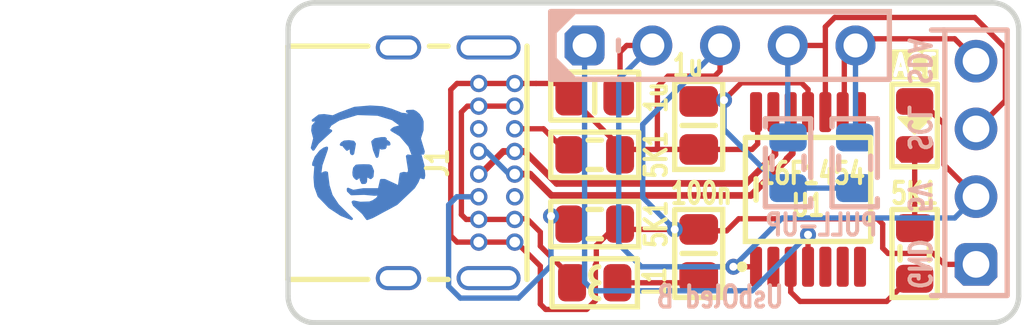
<source format=kicad_pcb>
(kicad_pcb (version 20240108) (generator "pcbnew") (generator_version "8.0")
  (layers (0 "F.Cu" signal) (31 "B.Cu" signal) (34 "B.Paste" user) (35 "F.Paste" user) (36 "B.SilkS" user "B.Silkscreen") (37 "F.SilkS" user "F.Silkscreen") (38 "B.Mask" user) (39 "F.Mask" user) (44 "Edge.Cuts" user))
  (net 0 "")
  (net 1 "OLED_SCL")
  (net 2 "OLED_SDA")
  (net 3 "5V")
  (net 4 "GND")
  (net 5 "Vusb")
  (net 6 "3V3")
  (net 7 "USB_DP")
  (net 8 "USB_DM")
  (net 9 "ICSP_VPP")
  (net 10 "USB_CC1")
  (net 11 "USB_CC2")
  (net 12 "LED_ACTIVE")
  (net 13 "OUT_LED_ACTIVE")
  (footprint "Medo64:DS (0805)" (layer "F.Cu") (at 38.5 19.6 90)
    (property "Reference" "DS1" (hide yes))
    (property "Value" "ACT" (at 2.25 0 0) (layer "F.SilkS" knockout) (effects (font (size 0.8 0.6) (thickness 0.15) (bold yes))))
    (fp_rect (start -1.55 -0.85) (end 1.55 0.85) (stroke (width 0.2)) (fill none) (layer "F.SilkS"))
    (fp_poly (pts (xy -0.3 0) (xy 0.3 -0.6) (xy 0.3 0.6)) (stroke (width 0.1)) (fill solid) (layer "F.SilkS"))
    (pad "1" smd roundrect (at -0.9 0 90) (size 1 1.4) (layers "F.Cu" "F.Paste" "F.Mask") (chamfer_ratio 0.2) (chamfer top_left bottom_left) (net 12 "LED_ACTIVE"))
    (pad "2" smd roundrect (at 0.9 0 90) (size 1 1.4) (layers "F.Cu" "F.Paste" "F.Mask") (net 3 "5V"))
  )
  (footprint "Medo64:U Micro [PIC16F1454] (TSSOP-14)" (layer "F.Cu") (at 34.5 22 90)
    (property "Reference" "U1" (at -0.6 0 180) (layer "F.SilkS") (effects (font (size 0.8 0.6))))
    (property "Value" "16F1454" (at 0.6 0.15 180) (layer "F.SilkS") (effects (font (size 0.8 0.6))))
    (fp_line (start -0.4 -1.95) (end 0.4 -1.95) (stroke (width 0.2)) (layer "F.SilkS"))
    (fp_rect (start -1.95 -2.35) (end 1.95 2.35) (stroke (width 0.2)) (fill none) (layer "F.SilkS"))
    (fp_circle (center -2.9 -2.475) (end -2.75 -2.475) (stroke (width 0.1)) (fill solid) (layer "F.SilkS"))
    (pad "1" smd roundrect (at -2.9 -1.95 90) (size 1.5 0.45) (layers "F.Cu" "F.Paste" "F.Mask") (chamfer_ratio 0.2) (chamfer top_left top_right) (net 3 "5V"))
    (pad "2" smd roundrect (at -2.9 -1.3 90) (size 1.5 0.45) (layers "F.Cu" "F.Paste" "F.Mask"))
    (pad "3" smd roundrect (at -2.9 -0.65 90) (size 1.5 0.45) (layers "F.Cu" "F.Paste" "F.Mask") (net 13 "OUT_LED_ACTIVE"))
    (pad "4" smd roundrect (at -2.9 0 90) (size 1.5 0.45) (layers "F.Cu" "F.Paste" "F.Mask") (net 9 "ICSP_VPP"))
    (pad "5" smd roundrect (at -2.9 0.65 90) (size 1.5 0.45) (layers "F.Cu" "F.Paste" "F.Mask"))
    (pad "6" smd roundrect (at -2.9 1.3 90) (size 1.5 0.45) (layers "F.Cu" "F.Paste" "F.Mask"))
    (pad "7" smd roundrect (at -2.9 1.95 90) (size 1.5 0.45) (layers "F.Cu" "F.Paste" "F.Mask"))
    (pad "8" smd roundrect (at 2.9 1.95 90) (size 1.5 0.45) (layers "F.Cu" "F.Paste" "F.Mask"))
    (pad "9" smd roundrect (at 2.9 1.3 90) (size 1.5 0.45) (layers "F.Cu" "F.Paste" "F.Mask") (net 2 "OLED_SDA"))
    (pad "10" smd roundrect (at 2.9 0.65 90) (size 1.5 0.45) (layers "F.Cu" "F.Paste" "F.Mask") (net 1 "OLED_SCL"))
    (pad "11" smd roundrect (at 2.9 0 90) (size 1.5 0.45) (layers "F.Cu" "F.Paste" "F.Mask") (net 6 "3V3"))
    (pad "12" smd roundrect (at 2.9 -0.65 90) (size 1.5 0.45) (layers "F.Cu" "F.Paste" "F.Mask") (net 8 "USB_DM"))
    (pad "13" smd roundrect (at 2.9 -1.3 90) (size 1.5 0.45) (layers "F.Cu" "F.Paste" "F.Mask") (net 7 "USB_DP"))
    (pad "14" smd roundrect (at 2.9 -1.95 90) (size 1.5 0.45) (layers "F.Cu" "F.Paste" "F.Mask") (net 4 "GND"))
  )
  (footprint "Medo64:R (0805)" (layer "F.Cu") (at 26.5 20.7 180)
    (property "Reference" "R1" (hide yes))
    (property "Value" "5K1" (at -2.3 0 90) (layer "F.SilkS") (effects (font (size 0.8 0.6))))
    (fp_line (start -0.25 0.55) (end 0.25 0.55) (stroke (width 0.2)) (layer "F.SilkS"))
    (fp_line (start -0.25 -0.55) (end 0.25 -0.55) (stroke (width 0.2)) (layer "F.SilkS"))
    (fp_rect (start -1.65 -0.85) (end 1.65 0.85) (stroke (width 0.2)) (fill none) (layer "F.SilkS"))
    (pad "1" smd roundrect (at -0.95 0 180) (size 1.05 1.4) (layers "F.Cu" "F.Paste" "F.Mask") (net 4 "GND"))
    (pad "2" smd roundrect (at 0.95 0 180) (size 1.05 1.4) (layers "F.Cu" "F.Paste" "F.Mask") (net 10 "USB_CC1"))
  )
  (footprint "Medo64:C (0805)" (layer "F.Cu") (at 30.4 19.6 90)
    (property "Reference" "C3" (hide yes))
    (property "Value" "1u" (at 2.25 -0.4 0) (layer "F.SilkS") (effects (font (size 0.8 0.6) (thickness 0.15) (bold yes))))
    (fp_line (start 0 -0.625) (end 0 0.625) (stroke (width 0.2)) (layer "F.SilkS"))
    (fp_rect (start -1.65 -0.9) (end 1.65 0.9) (stroke (width 0.2)) (fill none) (layer "F.SilkS"))
    (pad "1" smd roundrect (at -0.9 0 90) (size 1.15 1.45) (layers "F.Cu" "F.Paste" "F.Mask") (net 4 "GND"))
    (pad "2" smd roundrect (at 0.9 0 90) (size 1.15 1.45) (layers "F.Cu" "F.Paste" "F.Mask") (net 6 "3V3"))
  )
  (footprint "Medo64:J USB C 2.0 Receptacle (16w)" (layer "F.Cu") (at 23.5 21 -90)
    (property "Reference" "J1" (at 0 2.9 -90) (layer "F.SilkS") (effects (font (size 0.8 0.6))))
    (property "Value" "‎USB4085" (hide yes))
    (fp_line (start -4.375 8.51) (end 4.375 8.51) (stroke (width 0.2)) (layer "F.SilkS"))
    (fp_line (start -4.375 5.51) (end -4.375 8.51) (stroke (width 0.2)) (layer "F.SilkS"))
    (fp_line (start 4.375 5.51) (end 4.375 8.51) (stroke (width 0.2)) (layer "F.SilkS"))
    (fp_line (start -4.375 2.5) (end -4.375 3.2) (stroke (width 0.2)) (layer "F.SilkS"))
    (fp_line (start 4.375 2.5) (end 4.375 3.2) (stroke (width 0.2)) (layer "F.SilkS"))
    (fp_line (start -4.375 -0.46) (end 4.375 -0.46) (stroke (width 0.2)) (layer "F.SilkS"))
    (pad "A01" thru_hole circle (at -2.975 0 270) (size 0.65 0.65) (drill 0.4) (layers "*.Cu" "*.Mask" "F.Paste") (net 4 "GND"))
    (pad "A04" thru_hole circle (at -2.125 0 270) (size 0.65 0.65) (drill 0.4) (layers "*.Cu" "*.Mask" "F.Paste") (net 5 "Vusb"))
    (pad "A05" thru_hole circle (at -1.275 0 270) (size 0.65 0.65) (drill 0.4) (layers "*.Cu" "*.Mask" "F.Paste") (net 10 "USB_CC1"))
    (pad "A06" thru_hole circle (at -0.425 0 270) (size 0.65 0.65) (drill 0.4) (layers "*.Cu" "*.Mask" "F.Paste") (net 7 "USB_DP"))
    (pad "A07" thru_hole circle (at 0.425 0 270) (size 0.65 0.65) (drill 0.4) (layers "*.Cu" "*.Mask" "F.Paste") (net 8 "USB_DM"))
    (pad "A08" thru_hole circle (at 1.275 0 270) (size 0.65 0.65) (drill 0.4) (layers "*.Cu" "*.Mask" "F.Paste"))
    (pad "A09" thru_hole circle (at 2.125 0 270) (size 0.65 0.65) (drill 0.4) (layers "*.Cu" "*.Mask" "F.Paste") (net 5 "Vusb"))
    (pad "A12" thru_hole circle (at 2.975 0 270) (size 0.65 0.65) (drill 0.4) (layers "*.Cu" "*.Mask" "F.Paste") (net 4 "GND"))
    (pad "B01" thru_hole circle (at 2.975 1.35 270) (size 0.65 0.65) (drill 0.4) (layers "*.Cu" "*.Mask" "F.Paste") (net 4 "GND"))
    (pad "B04" thru_hole circle (at 2.125 1.35 270) (size 0.65 0.65) (drill 0.4) (layers "*.Cu" "*.Mask" "F.Paste") (net 5 "Vusb"))
    (pad "B05" thru_hole circle (at 1.275 1.35 270) (size 0.65 0.65) (drill 0.4) (layers "*.Cu" "*.Mask" "F.Paste") (net 11 "USB_CC2"))
    (pad "B06" thru_hole circle (at 0.425 1.35 270) (size 0.65 0.65) (drill 0.4) (layers "*.Cu" "*.Mask" "F.Paste") (net 7 "USB_DP"))
    (pad "B07" thru_hole circle (at -0.425 1.35 270) (size 0.65 0.65) (drill 0.4) (layers "*.Cu" "*.Mask" "F.Paste") (net 8 "USB_DM"))
    (pad "B10" thru_hole circle (at -1.275 1.35 270) (size 0.65 0.65) (drill 0.4) (layers "*.Cu" "*.Mask" "F.Paste"))
    (pad "B11" thru_hole circle (at -2.125 1.35 270) (size 0.65 0.65) (drill 0.4) (layers "*.Cu" "*.Mask" "F.Paste") (net 5 "Vusb"))
    (pad "B12" thru_hole circle (at -2.975 1.35 270) (size 0.65 0.65) (drill 0.4) (layers "*.Cu" "*.Mask" "F.Paste") (net 4 "GND"))
    (pad "S" thru_hole oval (at -4.325 0.98 270) (size 0.9 2.4) (drill oval 0.6 2.1) (layers "*.Cu" "*.Mask" "F.Paste"))
    (pad "S" thru_hole oval (at -4.325 4.36 270) (size 0.9 1.7) (drill oval 0.6 1.4) (layers "*.Cu" "*.Mask" "F.Paste"))
    (pad "S" thru_hole oval (at 4.325 0.98 270) (size 0.9 2.4) (drill oval 0.6 2.1) (layers "*.Cu" "*.Mask" "F.Paste"))
    (pad "S" thru_hole oval (at 4.325 4.36 270) (size 0.9 1.7) (drill oval 0.6 1.4) (layers "*.Cu" "*.Mask" "F.Paste"))
  )
  (footprint "Medo64:C (0805)" (layer "F.Cu") (at 30.4 24.4 -90)
    (property "Reference" "C1" (hide yes))
    (property "Value" "100n" (at -2.25 -0.1 0) (layer "F.SilkS") (effects (font (size 0.8 0.6) (thickness 0.15) (bold yes))))
    (fp_line (start 0 -0.625) (end 0 0.625) (stroke (width 0.2)) (layer "F.SilkS"))
    (fp_rect (start -1.65 -0.9) (end 1.65 0.9) (stroke (width 0.2)) (fill none) (layer "F.SilkS"))
    (pad "1" smd roundrect (at -0.9 0 270) (size 1.15 1.45) (layers "F.Cu" "F.Paste" "F.Mask") (net 4 "GND"))
    (pad "2" smd roundrect (at 0.9 0 270) (size 1.15 1.45) (layers "F.Cu" "F.Paste" "F.Mask") (net 3 "5V"))
  )
  (footprint "Medo64:R (0805)" (layer "F.Cu") (at 26.5 23.3 180)
    (property "Reference" "R2" (hide yes))
    (property "Value" "5K1" (at -2.3 0 -90) (layer "F.SilkS") (effects (font (size 0.8 0.6))))
    (fp_line (start -0.25 0.55) (end 0.25 0.55) (stroke (width 0.2)) (layer "F.SilkS"))
    (fp_line (start -0.25 -0.55) (end 0.25 -0.55) (stroke (width 0.2)) (layer "F.SilkS"))
    (fp_rect (start -1.65 -0.85) (end 1.65 0.85) (stroke (width 0.2)) (fill none) (layer "F.SilkS"))
    (pad "1" smd roundrect (at -0.95 0 180) (size 1.05 1.4) (layers "F.Cu" "F.Paste" "F.Mask") (net 4 "GND"))
    (pad "2" smd roundrect (at 0.95 0 180) (size 1.05 1.4) (layers "F.Cu" "F.Paste" "F.Mask") (net 11 "USB_CC2"))
  )
  (footprint "Medo64:R (0805)" (layer "F.Cu") (at 38.5 24.4 90)
    (property "Reference" "R3" (hide yes))
    (property "Value" "5K1" (at 2.25 0 0) (layer "F.SilkS") (effects (font (size 0.8 0.6))))
    (fp_line (start -0.25 -0.55) (end 0.25 -0.55) (stroke (width 0.2)) (layer "F.SilkS"))
    (fp_line (start -0.25 0.55) (end 0.25 0.55) (stroke (width 0.2)) (layer "F.SilkS"))
    (fp_rect (start -1.65 -0.85) (end 1.65 0.85) (stroke (width 0.2)) (fill none) (layer "F.SilkS"))
    (pad "1" smd roundrect (at -0.95 0 90) (size 1.05 1.4) (layers "F.Cu" "F.Paste" "F.Mask") (net 13 "OUT_LED_ACTIVE"))
    (pad "2" smd roundrect (at 0.95 0 90) (size 1.05 1.4) (layers "F.Cu" "F.Paste" "F.Mask") (net 12 "LED_ACTIVE"))
  )
  (footprint "Medo64:L Ferrite (0805)" (layer "F.Cu") (at 26.5 25.5 180)
    (property "Reference" "L1" (at -2.25 0.05 90) (layer "F.SilkS") (effects (font (size 0.8 0.6))))
    (property "Value" "40R" (hide yes))
    (fp_rect (start -1.6 -0.9) (end 1.6 0.9) (stroke (width 0.2)) (fill none) (layer "F.SilkS"))
    (fp_arc (start -0.15 0) (mid 0.15 0.3) (end -0.15 0.6) (stroke (width 0.2)) (layer "F.SilkS"))
    (fp_arc (start -0.15 -0.6) (mid 0.15 -0.3) (end -0.15 0) (stroke (width 0.2)) (layer "F.SilkS"))
    (pad "1" smd roundrect (at -0.85 0 180) (size 1.05 1.4) (layers "F.Cu" "F.Paste" "F.Mask") (net 3 "5V"))
    (pad "2" smd roundrect (at 0.85 0 180) (size 1.05 1.4) (layers "F.Cu" "F.Paste" "F.Mask") (net 5 "Vusb"))
  )
  (footprint "Medo64:C (0805)" (layer "F.Cu") (at 26.5 18.5)
    (property "Reference" "C2" (hide yes))
    (property "Value" "1u" (at 2.3 0.05 90) (layer "F.SilkS") (effects (font (size 0.8 0.6) (thickness 0.15) (bold yes))))
    (fp_line (start 0 -0.625) (end 0 0.625) (stroke (width 0.2)) (layer "F.SilkS"))
    (fp_rect (start -1.65 -0.9) (end 1.65 0.9) (stroke (width 0.2)) (fill none) (layer "F.SilkS"))
    (pad "1" smd roundrect (at -0.9 0) (size 1.15 1.45) (layers "F.Cu" "F.Paste" "F.Mask") (net 4 "GND"))
    (pad "2" smd roundrect (at 0.9 0) (size 1.15 1.45) (layers "F.Cu" "F.Paste" "F.Mask") (net 3 "5V"))
  )
  (footprint "Medo64:ICSP PIC Pogo (5w)" (layer "B.Cu") (at 31.2 16.6)
    (property "Reference" "ICSP" (hide yes))
    (property "Value" "Microchip PIC" (hide yes))
    (fp_line (start -3.81 -0.2) (end -3.81 0.2) (stroke (width 0.2)) (layer "B.SilkS"))
    (fp_rect (start 6.35 -1.27) (end -6.35 1.27) (stroke (width 0.2)) (fill none) (layer "B.SilkS"))
    (fp_poly (pts (xy -6.223 0.508) (xy -5.461 1.27) (xy -6.35 1.27) (xy -6.35 -1.27) (xy -5.461 -1.27) (xy -6.223 -0.508)) (stroke (width 0.2)) (fill solid) (layer "B.SilkS"))
    (pad "1" thru_hole roundrect (at -5.08 0) (size 1.5 1.5) (drill 0.9) (layers "*.Cu" "*.Mask") (chamfer_ratio 0.2) (chamfer top_left bottom_left) (net 9 "ICSP_VPP"))
    (pad "2" thru_hole circle (at -2.54 0) (size 1.5 1.5) (drill 0.9) (layers "*.Cu" "*.Mask") (net 3 "5V"))
    (pad "3" thru_hole circle (at 0 0) (size 1.5 1.5) (drill 0.9) (layers "*.Cu" "*.Mask") (net 4 "GND"))
    (pad "4" thru_hole circle (at 2.54 0) (size 1.5 1.5) (drill 0.9) (layers "*.Cu" "*.Mask") (net 1 "OLED_SCL"))
    (pad "5" thru_hole circle (at 5.08 0) (size 1.5 1.5) (drill 0.9) (layers "*.Cu" "*.Mask") (net 2 "OLED_SDA"))
  )
  (footprint "Medo64:ICON Medo64" (layer "B.Cu") (at 18 21 180)
    (property "Reference" "ICON" (hide yes))
    (property "Value" "Medo64" (hide yes))
    (fp_poly (pts (xy 0.569 0.353) (xy 0.506 0.707) (xy 0.554 0.778) (xy 0.719 0.8) (xy 0.885 0.786) (xy 0.979 0.733) (xy 1.012 0.682) (xy 0.902 0.659) (xy 0.892 0.612) (xy 0.793 0.5) (xy 0.659 0.583) (xy 0.647 0.581) (xy 0.632 0.391) (xy 0.622 0.353) (xy 0.592 0.334)) (stroke (width 0.1)) (fill solid) (layer "B.Cu"))
    (fp_poly (pts (xy -0.347 0.253) (xy -0.412 0.648) (xy -0.502 0.544) (xy -0.626 0.56) (xy -0.646 0.595) (xy -0.654 0.695) (xy -0.79 0.696) (xy -0.777 0.752) (xy -0.709 0.806) (xy -0.594 0.838) (xy -0.594 0.861) (xy -0.645 0.874) (xy -0.654 0.893) (xy -0.626 0.915) (xy -0.491 0.913) (xy -0.267 0.874) (xy -0.168 0.787) (xy -0.23 0.486) (xy -0.331 0.233) (xy -0.339 0.24)) (stroke (width 0.1)) (fill solid) (layer "B.Cu"))
    (fp_poly (pts (xy 0.115 -0.742) (xy 0.0899 -0.706) (xy 0.0781 -0.566) (xy 0.0622 -0.52) (xy 0.00798 -0.502) (xy -0.097 -0.566) (xy -0.155 -0.508) (xy -0.174 -0.31) (xy -0.101 -0.133) (xy -0.0361 -0.108) (xy 0.168 -0.103) (xy 0.347 -0.109) (xy 0.44 -0.12) (xy 0.515 -0.205) (xy 0.54 -0.36) (xy 0.533 -0.466) (xy 0.5 -0.535) (xy 0.431 -0.596) (xy 0.384 -0.562) (xy 0.365 -0.53) (xy 0.342 -0.512) (xy 0.286 -0.53) (xy 0.257 -0.652) (xy 0.212 -0.749)) (stroke (width 0.1)) (fill solid) (layer "B.Cu"))
    (fp_poly (pts (xy 1.137 -1.588) (xy 1.377 -1.227) (xy 1.493 -0.853) (xy 1.544 -0.455) (xy 1.551 -0.378) (xy 1.595 -0.367) (xy 1.649 -0.379) (xy 1.781 -0.45) (xy 1.801 -0.39) (xy 1.761 -0.0848) (xy 1.586 0.417) (xy 1.555 0.511) (xy 1.55 0.558) (xy 1.648 0.527) (xy 1.79 0.423) (xy 1.958 0.207) (xy 2.045 -0.013) (xy 2.05 -0.076) (xy 1.964 -0.0819) (xy 1.999 -0.548) (xy 1.973 -0.89) (xy 1.846 -1.245) (xy 1.444 -1.662) (xy 1.007 -1.949) (xy 0.62 -2.1)) (stroke (width 0.1)) (fill solid) (layer "B.Cu"))
    (fp_poly (pts (xy -0.162 -2.027) (xy -1.067 -1.539) (xy -1.715 -0.923) (xy -1.847 -0.71) (xy -1.921 -0.519) (xy -2.079 -0.567) (xy -2.095 -0.469) (xy -2.062 -0.0937) (xy -1.952 0.314) (xy -1.982 0.367) (xy -2.06 0.354) (xy -2.077 0.422) (xy -1.93 0.912) (xy -2.032 1.227) (xy -2.034 1.544) (xy -1.998 1.647) (xy -1.903 1.796) (xy -1.782 1.9) (xy -1.695 1.941) (xy -1.468 1.93) (xy -1.663 1.801) (xy -1.722 1.753) (xy -1.784 1.659) (xy -1.735 1.66) (xy -1.576 1.778) (xy -1.371 1.817) (xy -1.254 1.827) (xy -1.134 1.877) (xy -0.852 1.987) (xy -0.528 2.073) (xy -0.0731 2.1) (xy 0.509 2.05) (xy 1.073 1.842) (xy 1.317 1.73) (xy 1.649 1.779) (xy 1.837 1.763) (xy 2.065 1.59) (xy 1.802 1.633) (xy 1.67 1.615) (xy 1.959 1.505) (xy 2.067 1.378) (xy 2.085 1.212) (xy 2.009 0.915) (xy 2.099 0.563) (xy 2.055 0.501) (xy 1.891 0.746) (xy 1.396 1.198) (xy 1.522 1.254) (xy 1.413 1.428) (xy 1.101 1.627) (xy 0.403 1.839) (xy -0.366 1.813) (xy -0.919 1.642) (xy -1.209 1.43) (xy -1.227 1.366) (xy -0.981 1.3) (xy -0.886 1.23) (xy -1.21 1.035) (xy -1.558 0.628) (xy -1.682 0.293) (xy -1.663 0.238) (xy -1.492 0.262) (xy -1.468 0.242) (xy -1.547 -0.268) (xy -1.529 -0.375) (xy -1.464 -0.408) (xy -1.339 -0.39) (xy -1.231 -0.419) (xy -1.16 -0.905) (xy -0.625 -0.656) (xy -0.494 -0.655) (xy -0.414 -1.002) (xy 0.18 -1.002) (xy 0.561 -1.064) (xy 0.751 -0.985) (xy 0.746 -1.053) (xy 0.624 -1.17) (xy 0.142 -1.154) (xy -0.23 -1.188) (xy -0.449 -1.178) (xy -0.342 -1.347) (xy -0.189 -1.45) (xy -0.0588 -1.5) (xy 0.291 -1.511) (xy 0.537 -1.463) (xy 0.568 -1.475) (xy 0.523 -1.584) (xy 0.188 -1.888) (xy 0.0332 -2.1)) (stroke (width 0.1)) (fill solid) (layer "B.Cu"))
  )
  (footprint "Medo64:R Optional (0805)" (layer "B.Cu") (at 36.25 21 -90)
    (property "Reference" "R5" (hide yes))
    (property "Value" "5K1" (hide yes))
    (fp_line (start 0.25 0.6) (end -0.25 0.6) (stroke (width 0.2)) (layer "B.SilkS"))
    (fp_line (start 0.25 -0.6) (end -0.25 -0.6) (stroke (width 0.2)) (layer "B.SilkS"))
    (fp_rect (start 1.65 -0.85) (end -1.65 0.85) (stroke (width 0.2) (type dash)) (fill none) (layer "B.SilkS"))
    (pad "1" smd roundrect (at -0.95 0 270) (size 1.05 1.4) (layers "B.Cu" "B.Mask") (net 2 "OLED_SDA"))
    (pad "2" smd roundrect (at 0.95 0 270) (size 1.05 1.4) (layers "B.Cu" "B.Mask") (net 6 "3V3"))
  )
  (footprint "Medo64:R Optional (0805)" (layer "B.Cu") (at 33.75 21 -90)
    (property "Reference" "R4" (hide yes))
    (property "Value" "5K1" (hide yes))
    (fp_line (start 0.25 0.6) (end -0.25 0.6) (stroke (width 0.2)) (layer "B.SilkS"))
    (fp_line (start 0.25 -0.6) (end -0.25 -0.6) (stroke (width 0.2)) (layer "B.SilkS"))
    (fp_rect (start 1.65 -0.85) (end -1.65 0.85) (stroke (width 0.2) (type dash)) (fill none) (layer "B.SilkS"))
    (pad "1" smd roundrect (at -0.95 0 270) (size 1.05 1.4) (layers "B.Cu" "B.Mask") (net 1 "OLED_SCL"))
    (pad "2" smd roundrect (at 0.95 0 270) (size 1.05 1.4) (layers "B.Cu" "B.Mask") (net 6 "3V3"))
  )
  (footprint "Medo64:DS OLED 128x32 I2C (4w)" (layer "B.Cu") (at 40.8 21 90)
    (property "Reference" "DS2" (hide yes))
    (property "Value" "I2C OLED 128x32" (hide yes))
    (fp_line (start 4.98 -1.67) (end 4.98 -1.17) (stroke (width 0.2)) (layer "B.SilkS"))
    (fp_line (start -4.98 -1.67) (end -4.98 -1.17) (stroke (width 0.2)) (layer "B.SilkS"))
    (fp_rect (start 4.98 -1.17) (end -4.98 1.17) (stroke (width 0.2)) (fill none) (layer "B.SilkS"))
    (pad "1" thru_hole roundrect (at -3.81 0 90) (size 1.6 1.6) (drill 1) (layers "*.Cu" "F.Mask") (chamfer_ratio 0.2) (chamfer top_left bottom_left) (net 4 "GND"))
    (pad "2" thru_hole circle (at -1.27 0 90) (size 1.6 1.6) (drill 1) (layers "*.Cu" "F.Mask") (net 3 "5V"))
    (pad "3" thru_hole circle (at 1.27 0 90) (size 1.6 1.6) (drill 1) (layers "*.Cu" "F.Mask") (net 1 "OLED_SCL"))
    (pad "4" thru_hole circle (at 3.81 0 90) (size 1.6 1.6) (drill 1) (layers "*.Cu" "F.Mask") (net 2 "OLED_SDA"))
  )
  (gr_line (start 16 15) (end 41.4 15) (stroke (width 0.2)) (layer "Edge.Cuts"))
  (gr_arc (start 41.4 15) (mid 42.107107 15.292893) (end 42.4 16) (stroke (width 0.2)) (layer "Edge.Cuts"))
  (gr_arc (start 42.4 26) (mid 42.107107 26.707107) (end 41.4 27) (stroke (width 0.2)) (layer "Edge.Cuts"))
  (gr_arc (start 16 27) (mid 15.292894 26.707107) (end 15 26) (stroke (width 0.2)) (layer "Edge.Cuts"))
  (gr_line (start 16 27) (end 41.4 27) (stroke (width 0.2)) (layer "Edge.Cuts"))
  (gr_line (start 42.4 26) (end 42.4 16) (stroke (width 0.2)) (layer "Edge.Cuts"))
  (gr_arc (start 15 16) (mid 15.292893 15.292894) (end 16 15) (stroke (width 0.2)) (layer "Edge.Cuts"))
  (gr_line (start 15 26) (end 15 16) (stroke (width 0.2)) (layer "Edge.Cuts"))
  (gr_text "SDA" (at 38.2 17.2 270) (layer "B.SilkS") (effects (font (size 0.8 0.6) (thickness 0.15) (bold yes)) (justify bottom mirror)))
  (gr_text "PULL-UP" (at 35 23.8 0) (layer "B.SilkS") (effects (font (size 0.8 0.6) (thickness 0.15) (bold yes)) (justify bottom mirror)))
  (gr_text "UsbOled B" (at 31.2 26.5 0) (layer "B.SilkS") (effects (font (size 0.8 0.6) (thickness 0.15) (bold yes)) (justify bottom mirror)))
  (gr_text "GND" (at 38.2 24.8 270) (layer "B.SilkS") (effects (font (size 0.8 0.6) (thickness 0.15) (bold yes)) (justify bottom mirror)))
  (gr_text "SCL" (at 38.2 19.7 270) (layer "B.SilkS") (effects (font (size 0.8 0.6) (thickness 0.15) (bold yes)) (justify bottom mirror)))
  (gr_text "5V" (at 38.2 22.3 270) (layer "B.SilkS") (effects (font (size 0.8 0.6) (thickness 0.15) (bold yes)) (justify bottom mirror)))
  (segment (start 33.74 16.6) (end 35.15 16.6) (width 0.2) (layer "F.Cu") (net 1))
  (segment (start 35.5 15.55) (end 40.755635 15.55) (width 0.2) (layer "F.Cu") (net 1))
  (segment (start 35.15 15.9) (end 35.5 15.55) (width 0.2) (layer "F.Cu") (net 1))
  (segment (start 41.9 18.67) (end 40.84 19.73) (width 0.2) (layer "F.Cu") (net 1))
  (segment (start 41.9 16.694365) (end 41.9 18.67) (width 0.2) (layer "F.Cu") (net 1))
  (segment (start 35.15 19.04) (end 35.15 16.6) (width 0.2) (layer "F.Cu") (net 1))
  (segment (start 40.755635 15.55) (end 41.9 16.694365) (width 0.2) (layer "F.Cu") (net 1))
  (segment (start 35.15 16.6) (end 35.15 15.9) (width 0.2) (layer "F.Cu") (net 1))
  (segment (start 33.74 16.6) (end 33.74 19.99) (width 0.2) (layer "B.Cu") (net 1))
  (segment (start 35.86 17.08) (end 36.34 16.6) (width 0.2) (layer "F.Cu") (net 2))
  (segment (start 40 16.35) (end 40.84 17.19) (width 0.2) (layer "F.Cu") (net 2))
  (segment (start 35.86 19.1) (end 35.86 17.08) (width 0.2) (layer "F.Cu") (net 2))
  (segment (start 36.53 16.35) (end 40 16.35) (width 0.2) (layer "F.Cu") (net 2))
  (segment (start 36.28 16.6) (end 36.28 19.77) (width 0.2) (layer "B.Cu") (net 2))
  (segment (start 28.66 16.6) (end 27.7 16.6) (width 0.2) (layer "F.Cu") (net 3))
  (segment (start 31.7 24.9) (end 32.61 24.9) (width 0.2) (layer "F.Cu") (net 3))
  (segment (start 40.8 22.27) (end 39.6 21.07) (width 0.2) (layer "F.Cu") (net 3))
  (segment (start 27.35 25.5) (end 30.2 25.5) (width 0.2) (layer "F.Cu") (net 3))
  (segment (start 30.4 24.9) (end 31.7 24.9) (width 0.2) (layer "F.Cu") (net 3))
  (segment (start 27.7 16.6) (end 27.45 16.85) (width 0.2) (layer "F.Cu") (net 3))
  (segment (start 39.6 21.07) (end 39.6 19.55) (width 0.2) (layer "F.Cu") (net 3))
  (segment (start 39.15 19.1) (end 38.6 19.1) (width 0.2) (layer "F.Cu") (net 3))
  (segment (start 27.45 16.85) (end 27.45 18.5) (width 0.2) (layer "F.Cu") (net 3))
  (segment (start 39.6 19.55) (end 39.15 19.1) (width 0.2) (layer "F.Cu") (net 3))
  (via (at 31.7 24.9) (size 0.6) (drill 0.3) (layers "F.Cu" "B.Cu") (net 3))
  (segment (start 40.000001 23.069999) (end 33.530001 23.069999) (width 0.2) (layer "B.Cu") (net 3))
  (segment (start 27.4 17.86) (end 27.4 24.05) (width 0.2) (layer "B.Cu") (net 3))
  (segment (start 31.7 24.9) (end 28.25 24.9) (width 0.2) (layer "B.Cu") (net 3))
  (segment (start 28.66 16.6) (end 27.4 17.86) (width 0.2) (layer "B.Cu") (net 3))
  (segment (start 40.8 22.27) (end 40.000001 23.069999) (width 0.2) (layer "B.Cu") (net 3))
  (segment (start 28.25 24.9) (end 27.4 24.05) (width 0.2) (layer "B.Cu") (net 3))
  (segment (start 33.530001 23.069999) (end 31.7 24.9) (width 0.2) (layer "B.Cu") (net 3))
  (segment (start 21.335 18.025) (end 23.56 18.025) (width 0.2) (layer "F.Cu") (net 4))
  (segment (start 23.56 23.975) (end 21.335 23.975) (width 0.2) (layer "F.Cu") (net 4))
  (segment (start 27.51 23.15) (end 26.56 24.1) (width 0.2) (layer "F.Cu") (net 4))
  (segment (start 21.1 23.74) (end 21.1 18.26) (width 0.2) (layer "F.Cu") (net 4))
  (segment (start 29.25 17.75) (end 31 17.75) (width 0.2) (layer "F.Cu") (net 4))
  (segment (start 26.195495 26.5) (end 24.66 26.5) (width 0.2) (layer "F.Cu") (net 4))
  (segment (start 23.5 18.025) (end 24.3 18.025) (width 0.2) (layer "F.Cu") (net 4))
  (segment (start 39.2 24.4) (end 39.61 24.81) (width 0.2) (layer "F.Cu") (net 4))
  (segment (start 39.61 24.81) (end 40.8 24.81) (width 0.2) (layer "F.Cu") (net 4))
  (segment (start 26.525 26.170495) (end 26.195495 26.5) (width 0.2) (layer "F.Cu") (net 4))
  (segment (start 29.3 23.5) (end 30.4 23.5) (width 0.2) (layer "F.Cu") (net 4))
  (segment (start 27.65 23.5) (end 29.499996 23.5) (width 0.2) (layer "F.Cu") (net 4))
  (segment (start 21.335 23.975) (end 21.1 23.74) (width 0.2) (layer "F.Cu") (net 4))
  (segment (start 32.61 19.1) (end 32.61 20.29) (width 0.2) (layer "F.Cu") (net 4))
  (segment (start 24.66 26.5) (end 24.46 26.3) (width 0.2) (layer "F.Cu") (net 4))
  (segment (start 21.1 18.26) (end 21.335 18.025) (width 0.2) (layer "F.Cu") (net 4))
  (segment (start 26.56 24.794505) (end 26.525 24.829505) (width 0.2) (layer "F.Cu") (net 4))
  (segment (start 31 17.75) (end 31.2 17.55) (width 0.2) (layer "F.Cu") (net 4))
  (segment (start 24.3 18.025) (end 25.175 18.025) (width 0.2) (layer "F.Cu") (net 4))
  (segment (start 26.525 24.829505) (end 26.525 26.170495) (width 0.2) (layer "F.Cu") (net 4))
  (segment (start 26.56 24.1) (end 26.56 24.794505) (width 0.2) (layer "F.Cu") (net 4))
  (segment (start 37.3 23.3) (end 37.3 24.2) (width 0.2) (layer "F.Cu") (net 4))
  (segment (start 24.46 26.3) (end 24.46 24.875) (width 0.2) (layer "F.Cu") (net 4))
  (segment (start 32.61 20.29) (end 32.4 20.5) (width 0.2) (layer "F.Cu") (net 4))
  (segment (start 28.85 18.15) (end 29.25 17.75) (width 0.2) (layer "F.Cu") (net 4))
  (segment (start 24.46 24.875) (end 23.56 23.975) (width 0.2) (layer "F.Cu") (net 4))
  (segment (start 31.45 23.55) (end 31.9 23.1) (width 0.2) (layer "F.Cu") (net 4))
  (segment (start 37.3 24.2) (end 37.5 24.4) (width 0.2) (layer "F.Cu") (net 4))
  (segment (start 30.45 23.55) (end 31.45 23.55) (width 0.2) (layer "F.Cu") (net 4))
  (segment (start 30.4 20.5) (end 28.85 20.5) (width 0.2) (layer "F.Cu") (net 4))
  (segment (start 37.1 23.1) (end 37.3 23.3) (width 0.2) (layer "F.Cu") (net 4))
  (segment (start 28.85 20.5) (end 28.85 18.15) (width 0.2) (layer "F.Cu") (net 4))
  (segment (start 28.85 20.5) (end 27.65 20.5) (width 0.2) (layer "F.Cu") (net 4))
  (segment (start 32.4 20.5) (end 30.4 20.5) (width 0.2) (layer "F.Cu") (net 4))
  (segment (start 25.65 18.6) (end 27.45 20.4) (width 0.2) (layer "F.Cu") (net 4))
  (segment (start 31.2 17.55) (end 31.2 16.6) (width 0.2) (layer "F.Cu") (net 4))
  (segment (start 31.9 23.1) (end 37.1 23.1) (width 0.2) (layer "F.Cu") (net 4))
  (segment (start 37.5 24.4) (end 39.2 24.4) (width 0.2) (layer "F.Cu") (net 4))
  (via (at 29.499996 23.5) (size 0.6) (drill 0.3) (layers "F.Cu" "B.Cu") (net 4))
  (segment (start 28.3 19.56) (end 28.3 22.300004) (width 0.2) (layer "B.Cu") (net 4))
  (segment (start 28.3 22.300004) (end 29.499996 23.5) (width 0.2) (layer "B.Cu") (net 4))
  (segment (start 31.26 16.6) (end 28.3 19.56) (width 0.2) (layer "B.Cu") (net 4))
  (segment (start 24.46 24.125) (end 25.71 25.375) (width 0.2) (layer "F.Cu") (net 5))
  (segment (start 23.56 23.125) (end 21.68 23.125) (width 0.2) (layer "F.Cu") (net 5))
  (segment (start 23.585 23.1) (end 23.96 23.1) (width 0.2) (layer "F.Cu") (net 5))
  (segment (start 21.5 19.1) (end 21.725 18.875) (width 0.2) (layer "F.Cu") (net 5))
  (segment (start 21.68 23.125) (end 21.5 22.945) (width 0.2) (layer "F.Cu") (net 5))
  (segment (start 23.96 23.1) (end 24.46 23.6) (width 0.2) (layer "F.Cu") (net 5))
  (segment (start 24.46 23.6) (end 24.46 24.125) (width 0.2) (layer "F.Cu") (net 5))
  (segment (start 21.725 18.875) (end 23.56 18.875) (width 0.2) (layer "F.Cu") (net 5))
  (segment (start 21.5 22.945) (end 21.5 19.1) (width 0.2) (layer "F.Cu") (net 5))
  (segment (start 31.2 18.7) (end 31.294314 18.605686) (width 0.2) (layer "F.Cu") (net 6))
  (segment (start 32 18) (end 31.35 18.65) (width 0.2) (layer "F.Cu") (net 6))
  (segment (start 34.5 18.25) (end 34.25 18) (width 0.2) (layer "F.Cu") (net 6))
  (segment (start 31.294314 18.605686) (end 30.96 18.605686) (width 0.2) (layer "F.Cu") (net 6))
  (segment (start 30.4 18.7) (end 31.2 18.7) (width 0.2) (layer "F.Cu") (net 6))
  (segment (start 31.35 18.65) (end 30.45 18.65) (width 0.2) (layer "F.Cu") (net 6))
  (segment (start 34.5 19.1) (end 34.5 18.25) (width 0.2) (layer "F.Cu") (net 6))
  (segment (start 34.25 18) (end 32 18) (width 0.2) (layer "F.Cu") (net 6))
  (via (at 31.35 18.65) (size 0.6) (drill 0.3) (layers "F.Cu" "B.Cu") (net 6))
  (segment (start 31.35 19.75) (end 33.55 21.95) (width 0.2) (layer "B.Cu") (net 6))
  (segment (start 31.35 18.65) (end 31.35 19.75) (width 0.2) (layer "B.Cu") (net 6))
  (segment (start 36.25 21.95) (end 33.75 21.95) (width 0.2) (layer "B.Cu") (net 6))
  (segment (start 23.069239 20.575) (end 22.219239 21.425) (width 0.25) (layer "F.Cu") (net 7))
  (segment (start 32.175 21.775) (end 25.075 21.775) (width 0.25) (layer "F.Cu") (net 7))
  (segment (start 25.075 21.775) (end 23.875 20.575) (width 0.25) (layer "F.Cu") (net 7))
  (segment (start 22.219239 21.425) (end 22.21 21.425) (width 0.25) (layer "F.Cu") (net 7))
  (segment (start 33.26 20.69) (end 32.175 21.775) (width 0.25) (layer "F.Cu") (net 7))
  (segment (start 23.875 20.575) (end 23.069239 20.575) (width 0.25) (layer "F.Cu") (net 7))
  (segment (start 33.26 19.1) (end 33.26 20.69) (width 0.25) (layer "F.Cu") (net 7))
  (segment (start 33.91 20.65) (end 33.91 19.1) (width 0.25) (layer "F.Cu") (net 8))
  (segment (start 24.875 22.225) (end 32.361396 22.225) (width 0.25) (layer "F.Cu") (net 8))
  (segment (start 33.71 20.876396) (end 33.71 20.85) (width 0.25) (layer "F.Cu") (net 8))
  (segment (start 32.361396 22.225) (end 33.71 20.876396) (width 0.25) (layer "F.Cu") (net 8))
  (segment (start 24.075 21.425) (end 24.875 22.225) (width 0.25) (layer "F.Cu") (net 8))
  (segment (start 33.71 20.85) (end 33.91 20.65) (width 0.25) (layer "F.Cu") (net 8))
  (segment (start 23.56 21.425) (end 24.075 21.425) (width 0.25) (layer "F.Cu") (net 8))
  (segment (start 23.285 21.425) (end 22.435 20.575) (width 0.2) (layer "B.Cu") (net 8))
  (segment (start 22.435 20.575) (end 22.21 20.575) (width 0.2) (layer "B.Cu") (net 8))
  (segment (start 34.5 24.9) (end 34.5 23.7) (width 0.2) (layer "F.Cu") (net 9))
  (via (at 34.5 23.7) (size 0.6) (drill 0.3) (layers "F.Cu" "B.Cu") (net 9))
  (segment (start 26.45 25.8) (end 26.12 25.47) (width 0.2) (layer "B.Cu") (net 9))
  (segment (start 26.12 25.47) (end 26.12 16.6) (width 0.2) (layer "B.Cu") (net 9))
  (segment (start 32.4 25.8) (end 26.45 25.8) (width 0.2) (layer "B.Cu") (net 9))
  (segment (start 34.5 23.7) (end 32.4 25.8) (width 0.2) (layer "B.Cu") (net 9))
  (segment (start 23.56 19.725) (end 24.575 19.725) (width 0.2) (layer "F.Cu") (net 10))
  (segment (start 24.575 19.725) (end 25.55 20.7) (width 0.2) (layer "F.Cu") (net 10))
  (segment (start 25.61 23) (end 24.86 23) (width 0.2) (layer "F.Cu") (net 11))
  (via (at 24.86 23) (size 0.6) (drill 0.3) (layers "F.Cu" "B.Cu") (net 11))
  (segment (start 21.02 25.63566) (end 21.45934 26.075) (width 0.2) (layer "B.Cu") (net 11))
  (segment (start 22.116116 22.275) (end 21.325 22.275) (width 0.2) (layer "B.Cu") (net 11))
  (segment (start 21.02 22.58) (end 21.02 25.63566) (width 0.2) (layer "B.Cu") (net 11))
  (segment (start 24.86 24.85566) (end 24.86 23) (width 0.2) (layer "B.Cu") (net 11))
  (segment (start 23.64066 26.075) (end 24.86 24.85566) (width 0.2) (layer "B.Cu") (net 11))
  (segment (start 21.45934 26.075) (end 23.64066 26.075) (width 0.2) (layer "B.Cu") (net 11))
  (segment (start 21.325 22.275) (end 21.02 22.58) (width 0.2) (layer "B.Cu") (net 11))
  (segment (start 38.5 20.9) (end 38.5 23.05) (width 0.2) (layer "F.Cu") (net 12))
  (segment (start 33.85 25.85) (end 33.85 24.9) (width 0.2) (layer "F.Cu") (net 13))
  (segment (start 37.45 26.2) (end 34.2 26.2) (width 0.2) (layer "F.Cu") (net 13))
  (segment (start 34.2 26.2) (end 33.85 25.85) (width 0.2) (layer "F.Cu") (net 13))
  (segment (start 38.3 25.35) (end 37.45 26.2) (width 0.2) (layer "F.Cu") (net 13))
)
</source>
